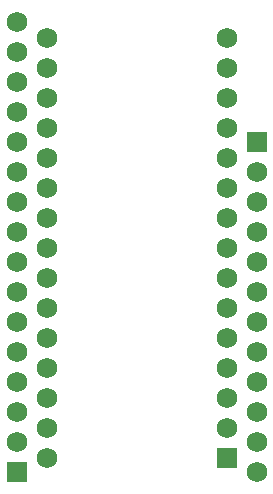
<source format=gbr>
%TF.GenerationSoftware,Altium Limited,Altium Designer,22.11.1 (43)*%
G04 Layer_Color=16711935*
%FSLAX45Y45*%
%MOMM*%
%TF.SameCoordinates,003A0D21-0A85-4CB2-A7D7-273B0D73F9A5*%
%TF.FilePolarity,Negative*%
%TF.FileFunction,Soldermask,Bot*%
%TF.Part,Single*%
G01*
G75*
%TA.AperFunction,ComponentPad*%
%ADD18R,1.72720X1.72720*%
%ADD19C,1.72720*%
%ADD20R,1.73320X1.73320*%
%ADD21C,1.73320*%
D18*
X11188700Y6908800D02*
D03*
D19*
Y7162800D02*
D03*
Y7416800D02*
D03*
Y7670800D02*
D03*
Y7924800D02*
D03*
Y8178800D02*
D03*
Y8432800D02*
D03*
Y8686800D02*
D03*
Y8940800D02*
D03*
Y9194800D02*
D03*
Y9448800D02*
D03*
Y9702800D02*
D03*
Y9956800D02*
D03*
Y10210800D02*
D03*
Y10464800D02*
D03*
X9664700D02*
D03*
Y10210800D02*
D03*
Y9956800D02*
D03*
Y9702800D02*
D03*
Y9448800D02*
D03*
Y9194800D02*
D03*
Y8940800D02*
D03*
Y8686800D02*
D03*
Y8432800D02*
D03*
Y8178800D02*
D03*
Y7924800D02*
D03*
Y7670800D02*
D03*
Y7416800D02*
D03*
Y7162800D02*
D03*
Y6908800D02*
D03*
D20*
X9410700Y6794500D02*
D03*
X11442700Y9588500D02*
D03*
D21*
Y9334500D02*
D03*
Y9080500D02*
D03*
Y8826500D02*
D03*
Y8572500D02*
D03*
Y8318500D02*
D03*
Y8064500D02*
D03*
Y7810500D02*
D03*
Y7556500D02*
D03*
Y7302500D02*
D03*
Y7048500D02*
D03*
Y6794500D02*
D03*
X9410700Y7048500D02*
D03*
Y7302500D02*
D03*
Y7556500D02*
D03*
Y7810500D02*
D03*
Y8064500D02*
D03*
Y8318500D02*
D03*
Y8572500D02*
D03*
Y8826500D02*
D03*
Y9080500D02*
D03*
Y9334500D02*
D03*
Y9588500D02*
D03*
Y9842500D02*
D03*
Y10096500D02*
D03*
Y10350500D02*
D03*
Y10604500D02*
D03*
%TF.MD5,09bcd1762e098bcfb9646c24cc4a762d*%
M02*

</source>
